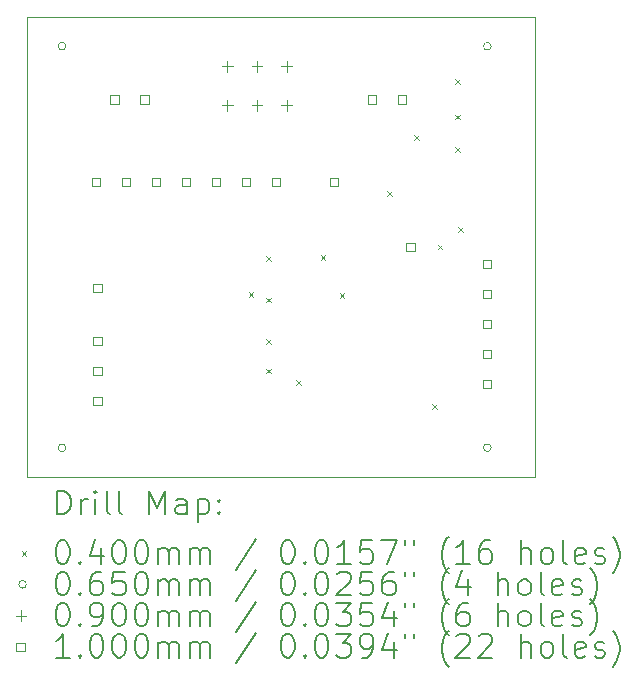
<source format=gbr>
%TF.GenerationSoftware,KiCad,Pcbnew,8.0.01-1-dev-1e03266dfe*%
%TF.CreationDate,2024-03-02T01:32:49-08:00*%
%TF.ProjectId,adpd1080_breakoutboard,61647064-3130-4383-905f-627265616b6f,rev?*%
%TF.SameCoordinates,Original*%
%TF.FileFunction,Drillmap*%
%TF.FilePolarity,Positive*%
%FSLAX45Y45*%
G04 Gerber Fmt 4.5, Leading zero omitted, Abs format (unit mm)*
G04 Created by KiCad (PCBNEW 8.0.01-1-dev-1e03266dfe) date 2024-03-02 01:32:49*
%MOMM*%
%LPD*%
G01*
G04 APERTURE LIST*
%ADD10C,0.050000*%
%ADD11C,0.200000*%
%ADD12C,0.100000*%
G04 APERTURE END LIST*
D10*
X2000000Y-2000000D02*
X6300000Y-2000000D01*
X6300000Y-5900000D01*
X2000000Y-5900000D01*
X2000000Y-2000000D01*
D11*
D12*
X3880000Y-4330000D02*
X3920000Y-4370000D01*
X3920000Y-4330000D02*
X3880000Y-4370000D01*
X4030000Y-4030000D02*
X4070000Y-4070000D01*
X4070000Y-4030000D02*
X4030000Y-4070000D01*
X4030000Y-4380000D02*
X4070000Y-4420000D01*
X4070000Y-4380000D02*
X4030000Y-4420000D01*
X4030000Y-4730000D02*
X4070000Y-4770000D01*
X4070000Y-4730000D02*
X4030000Y-4770000D01*
X4030000Y-4980000D02*
X4070000Y-5020000D01*
X4070000Y-4980000D02*
X4030000Y-5020000D01*
X4280000Y-5080000D02*
X4320000Y-5120000D01*
X4320000Y-5080000D02*
X4280000Y-5120000D01*
X4490000Y-4020000D02*
X4530000Y-4060000D01*
X4530000Y-4020000D02*
X4490000Y-4060000D01*
X4650000Y-4340000D02*
X4690000Y-4380000D01*
X4690000Y-4340000D02*
X4650000Y-4380000D01*
X5055000Y-3480000D02*
X5095000Y-3520000D01*
X5095000Y-3480000D02*
X5055000Y-3520000D01*
X5280000Y-3005000D02*
X5320000Y-3045000D01*
X5320000Y-3005000D02*
X5280000Y-3045000D01*
X5430000Y-5280000D02*
X5470000Y-5320000D01*
X5470000Y-5280000D02*
X5430000Y-5320000D01*
X5480000Y-3930000D02*
X5520000Y-3970000D01*
X5520000Y-3930000D02*
X5480000Y-3970000D01*
X5630000Y-2530000D02*
X5670000Y-2570000D01*
X5670000Y-2530000D02*
X5630000Y-2570000D01*
X5630000Y-2830000D02*
X5670000Y-2870000D01*
X5670000Y-2830000D02*
X5630000Y-2870000D01*
X5630000Y-3105000D02*
X5670000Y-3145000D01*
X5670000Y-3105000D02*
X5630000Y-3145000D01*
X5655000Y-3780000D02*
X5695000Y-3820000D01*
X5695000Y-3780000D02*
X5655000Y-3820000D01*
X2332500Y-2250000D02*
G75*
G02*
X2267500Y-2250000I-32500J0D01*
G01*
X2267500Y-2250000D02*
G75*
G02*
X2332500Y-2250000I32500J0D01*
G01*
X2332500Y-5650000D02*
G75*
G02*
X2267500Y-5650000I-32500J0D01*
G01*
X2267500Y-5650000D02*
G75*
G02*
X2332500Y-5650000I32500J0D01*
G01*
X5932500Y-2250000D02*
G75*
G02*
X5867500Y-2250000I-32500J0D01*
G01*
X5867500Y-2250000D02*
G75*
G02*
X5932500Y-2250000I32500J0D01*
G01*
X5932500Y-5650000D02*
G75*
G02*
X5867500Y-5650000I-32500J0D01*
G01*
X5867500Y-5650000D02*
G75*
G02*
X5932500Y-5650000I32500J0D01*
G01*
X3700000Y-2375000D02*
X3700000Y-2465000D01*
X3655000Y-2420000D02*
X3745000Y-2420000D01*
X3700000Y-2705000D02*
X3700000Y-2795000D01*
X3655000Y-2750000D02*
X3745000Y-2750000D01*
X3950000Y-2375000D02*
X3950000Y-2465000D01*
X3905000Y-2420000D02*
X3995000Y-2420000D01*
X3950000Y-2705000D02*
X3950000Y-2795000D01*
X3905000Y-2750000D02*
X3995000Y-2750000D01*
X4200000Y-2375000D02*
X4200000Y-2465000D01*
X4155000Y-2420000D02*
X4245000Y-2420000D01*
X4200000Y-2705000D02*
X4200000Y-2795000D01*
X4155000Y-2750000D02*
X4245000Y-2750000D01*
X2623856Y-3435356D02*
X2623856Y-3364644D01*
X2553144Y-3364644D01*
X2553144Y-3435356D01*
X2623856Y-3435356D01*
X2635356Y-4335356D02*
X2635356Y-4264644D01*
X2564644Y-4264644D01*
X2564644Y-4335356D01*
X2635356Y-4335356D01*
X2635356Y-4782856D02*
X2635356Y-4712144D01*
X2564644Y-4712144D01*
X2564644Y-4782856D01*
X2635356Y-4782856D01*
X2635356Y-5036856D02*
X2635356Y-4966144D01*
X2564644Y-4966144D01*
X2564644Y-5036856D01*
X2635356Y-5036856D01*
X2635356Y-5290856D02*
X2635356Y-5220144D01*
X2564644Y-5220144D01*
X2564644Y-5290856D01*
X2635356Y-5290856D01*
X2780356Y-2735356D02*
X2780356Y-2664644D01*
X2709644Y-2664644D01*
X2709644Y-2735356D01*
X2780356Y-2735356D01*
X2877856Y-3435356D02*
X2877856Y-3364644D01*
X2807144Y-3364644D01*
X2807144Y-3435356D01*
X2877856Y-3435356D01*
X3034356Y-2735356D02*
X3034356Y-2664644D01*
X2963644Y-2664644D01*
X2963644Y-2735356D01*
X3034356Y-2735356D01*
X3131856Y-3435356D02*
X3131856Y-3364644D01*
X3061144Y-3364644D01*
X3061144Y-3435356D01*
X3131856Y-3435356D01*
X3385856Y-3435356D02*
X3385856Y-3364644D01*
X3315144Y-3364644D01*
X3315144Y-3435356D01*
X3385856Y-3435356D01*
X3639856Y-3435356D02*
X3639856Y-3364644D01*
X3569144Y-3364644D01*
X3569144Y-3435356D01*
X3639856Y-3435356D01*
X3893856Y-3435356D02*
X3893856Y-3364644D01*
X3823144Y-3364644D01*
X3823144Y-3435356D01*
X3893856Y-3435356D01*
X4147856Y-3435356D02*
X4147856Y-3364644D01*
X4077144Y-3364644D01*
X4077144Y-3435356D01*
X4147856Y-3435356D01*
X4635356Y-3435356D02*
X4635356Y-3364644D01*
X4564644Y-3364644D01*
X4564644Y-3435356D01*
X4635356Y-3435356D01*
X4957856Y-2735356D02*
X4957856Y-2664644D01*
X4887144Y-2664644D01*
X4887144Y-2735356D01*
X4957856Y-2735356D01*
X5211856Y-2735356D02*
X5211856Y-2664644D01*
X5141144Y-2664644D01*
X5141144Y-2735356D01*
X5211856Y-2735356D01*
X5285356Y-3985356D02*
X5285356Y-3914644D01*
X5214644Y-3914644D01*
X5214644Y-3985356D01*
X5285356Y-3985356D01*
X5935356Y-4131356D02*
X5935356Y-4060644D01*
X5864644Y-4060644D01*
X5864644Y-4131356D01*
X5935356Y-4131356D01*
X5935356Y-4385356D02*
X5935356Y-4314644D01*
X5864644Y-4314644D01*
X5864644Y-4385356D01*
X5935356Y-4385356D01*
X5935356Y-4639356D02*
X5935356Y-4568644D01*
X5864644Y-4568644D01*
X5864644Y-4639356D01*
X5935356Y-4639356D01*
X5935356Y-4893356D02*
X5935356Y-4822644D01*
X5864644Y-4822644D01*
X5864644Y-4893356D01*
X5935356Y-4893356D01*
X5935356Y-5147356D02*
X5935356Y-5076644D01*
X5864644Y-5076644D01*
X5864644Y-5147356D01*
X5935356Y-5147356D01*
D11*
X2258277Y-6213984D02*
X2258277Y-6013984D01*
X2258277Y-6013984D02*
X2305896Y-6013984D01*
X2305896Y-6013984D02*
X2334467Y-6023508D01*
X2334467Y-6023508D02*
X2353515Y-6042555D01*
X2353515Y-6042555D02*
X2363039Y-6061603D01*
X2363039Y-6061603D02*
X2372563Y-6099698D01*
X2372563Y-6099698D02*
X2372563Y-6128269D01*
X2372563Y-6128269D02*
X2363039Y-6166365D01*
X2363039Y-6166365D02*
X2353515Y-6185412D01*
X2353515Y-6185412D02*
X2334467Y-6204460D01*
X2334467Y-6204460D02*
X2305896Y-6213984D01*
X2305896Y-6213984D02*
X2258277Y-6213984D01*
X2458277Y-6213984D02*
X2458277Y-6080650D01*
X2458277Y-6118746D02*
X2467801Y-6099698D01*
X2467801Y-6099698D02*
X2477324Y-6090174D01*
X2477324Y-6090174D02*
X2496372Y-6080650D01*
X2496372Y-6080650D02*
X2515420Y-6080650D01*
X2582086Y-6213984D02*
X2582086Y-6080650D01*
X2582086Y-6013984D02*
X2572563Y-6023508D01*
X2572563Y-6023508D02*
X2582086Y-6033031D01*
X2582086Y-6033031D02*
X2591610Y-6023508D01*
X2591610Y-6023508D02*
X2582086Y-6013984D01*
X2582086Y-6013984D02*
X2582086Y-6033031D01*
X2705896Y-6213984D02*
X2686848Y-6204460D01*
X2686848Y-6204460D02*
X2677324Y-6185412D01*
X2677324Y-6185412D02*
X2677324Y-6013984D01*
X2810658Y-6213984D02*
X2791610Y-6204460D01*
X2791610Y-6204460D02*
X2782086Y-6185412D01*
X2782086Y-6185412D02*
X2782086Y-6013984D01*
X3039229Y-6213984D02*
X3039229Y-6013984D01*
X3039229Y-6013984D02*
X3105896Y-6156841D01*
X3105896Y-6156841D02*
X3172562Y-6013984D01*
X3172562Y-6013984D02*
X3172562Y-6213984D01*
X3353515Y-6213984D02*
X3353515Y-6109222D01*
X3353515Y-6109222D02*
X3343991Y-6090174D01*
X3343991Y-6090174D02*
X3324943Y-6080650D01*
X3324943Y-6080650D02*
X3286848Y-6080650D01*
X3286848Y-6080650D02*
X3267801Y-6090174D01*
X3353515Y-6204460D02*
X3334467Y-6213984D01*
X3334467Y-6213984D02*
X3286848Y-6213984D01*
X3286848Y-6213984D02*
X3267801Y-6204460D01*
X3267801Y-6204460D02*
X3258277Y-6185412D01*
X3258277Y-6185412D02*
X3258277Y-6166365D01*
X3258277Y-6166365D02*
X3267801Y-6147317D01*
X3267801Y-6147317D02*
X3286848Y-6137793D01*
X3286848Y-6137793D02*
X3334467Y-6137793D01*
X3334467Y-6137793D02*
X3353515Y-6128269D01*
X3448753Y-6080650D02*
X3448753Y-6280650D01*
X3448753Y-6090174D02*
X3467801Y-6080650D01*
X3467801Y-6080650D02*
X3505896Y-6080650D01*
X3505896Y-6080650D02*
X3524943Y-6090174D01*
X3524943Y-6090174D02*
X3534467Y-6099698D01*
X3534467Y-6099698D02*
X3543991Y-6118746D01*
X3543991Y-6118746D02*
X3543991Y-6175888D01*
X3543991Y-6175888D02*
X3534467Y-6194936D01*
X3534467Y-6194936D02*
X3524943Y-6204460D01*
X3524943Y-6204460D02*
X3505896Y-6213984D01*
X3505896Y-6213984D02*
X3467801Y-6213984D01*
X3467801Y-6213984D02*
X3448753Y-6204460D01*
X3629705Y-6194936D02*
X3639229Y-6204460D01*
X3639229Y-6204460D02*
X3629705Y-6213984D01*
X3629705Y-6213984D02*
X3620182Y-6204460D01*
X3620182Y-6204460D02*
X3629705Y-6194936D01*
X3629705Y-6194936D02*
X3629705Y-6213984D01*
X3629705Y-6090174D02*
X3639229Y-6099698D01*
X3639229Y-6099698D02*
X3629705Y-6109222D01*
X3629705Y-6109222D02*
X3620182Y-6099698D01*
X3620182Y-6099698D02*
X3629705Y-6090174D01*
X3629705Y-6090174D02*
X3629705Y-6109222D01*
D12*
X1957500Y-6522500D02*
X1997500Y-6562500D01*
X1997500Y-6522500D02*
X1957500Y-6562500D01*
D11*
X2296372Y-6433984D02*
X2315420Y-6433984D01*
X2315420Y-6433984D02*
X2334467Y-6443508D01*
X2334467Y-6443508D02*
X2343991Y-6453031D01*
X2343991Y-6453031D02*
X2353515Y-6472079D01*
X2353515Y-6472079D02*
X2363039Y-6510174D01*
X2363039Y-6510174D02*
X2363039Y-6557793D01*
X2363039Y-6557793D02*
X2353515Y-6595888D01*
X2353515Y-6595888D02*
X2343991Y-6614936D01*
X2343991Y-6614936D02*
X2334467Y-6624460D01*
X2334467Y-6624460D02*
X2315420Y-6633984D01*
X2315420Y-6633984D02*
X2296372Y-6633984D01*
X2296372Y-6633984D02*
X2277324Y-6624460D01*
X2277324Y-6624460D02*
X2267801Y-6614936D01*
X2267801Y-6614936D02*
X2258277Y-6595888D01*
X2258277Y-6595888D02*
X2248753Y-6557793D01*
X2248753Y-6557793D02*
X2248753Y-6510174D01*
X2248753Y-6510174D02*
X2258277Y-6472079D01*
X2258277Y-6472079D02*
X2267801Y-6453031D01*
X2267801Y-6453031D02*
X2277324Y-6443508D01*
X2277324Y-6443508D02*
X2296372Y-6433984D01*
X2448753Y-6614936D02*
X2458277Y-6624460D01*
X2458277Y-6624460D02*
X2448753Y-6633984D01*
X2448753Y-6633984D02*
X2439229Y-6624460D01*
X2439229Y-6624460D02*
X2448753Y-6614936D01*
X2448753Y-6614936D02*
X2448753Y-6633984D01*
X2629705Y-6500650D02*
X2629705Y-6633984D01*
X2582086Y-6424460D02*
X2534467Y-6567317D01*
X2534467Y-6567317D02*
X2658277Y-6567317D01*
X2772563Y-6433984D02*
X2791610Y-6433984D01*
X2791610Y-6433984D02*
X2810658Y-6443508D01*
X2810658Y-6443508D02*
X2820182Y-6453031D01*
X2820182Y-6453031D02*
X2829705Y-6472079D01*
X2829705Y-6472079D02*
X2839229Y-6510174D01*
X2839229Y-6510174D02*
X2839229Y-6557793D01*
X2839229Y-6557793D02*
X2829705Y-6595888D01*
X2829705Y-6595888D02*
X2820182Y-6614936D01*
X2820182Y-6614936D02*
X2810658Y-6624460D01*
X2810658Y-6624460D02*
X2791610Y-6633984D01*
X2791610Y-6633984D02*
X2772563Y-6633984D01*
X2772563Y-6633984D02*
X2753515Y-6624460D01*
X2753515Y-6624460D02*
X2743991Y-6614936D01*
X2743991Y-6614936D02*
X2734467Y-6595888D01*
X2734467Y-6595888D02*
X2724944Y-6557793D01*
X2724944Y-6557793D02*
X2724944Y-6510174D01*
X2724944Y-6510174D02*
X2734467Y-6472079D01*
X2734467Y-6472079D02*
X2743991Y-6453031D01*
X2743991Y-6453031D02*
X2753515Y-6443508D01*
X2753515Y-6443508D02*
X2772563Y-6433984D01*
X2963039Y-6433984D02*
X2982086Y-6433984D01*
X2982086Y-6433984D02*
X3001134Y-6443508D01*
X3001134Y-6443508D02*
X3010658Y-6453031D01*
X3010658Y-6453031D02*
X3020182Y-6472079D01*
X3020182Y-6472079D02*
X3029705Y-6510174D01*
X3029705Y-6510174D02*
X3029705Y-6557793D01*
X3029705Y-6557793D02*
X3020182Y-6595888D01*
X3020182Y-6595888D02*
X3010658Y-6614936D01*
X3010658Y-6614936D02*
X3001134Y-6624460D01*
X3001134Y-6624460D02*
X2982086Y-6633984D01*
X2982086Y-6633984D02*
X2963039Y-6633984D01*
X2963039Y-6633984D02*
X2943991Y-6624460D01*
X2943991Y-6624460D02*
X2934467Y-6614936D01*
X2934467Y-6614936D02*
X2924943Y-6595888D01*
X2924943Y-6595888D02*
X2915420Y-6557793D01*
X2915420Y-6557793D02*
X2915420Y-6510174D01*
X2915420Y-6510174D02*
X2924943Y-6472079D01*
X2924943Y-6472079D02*
X2934467Y-6453031D01*
X2934467Y-6453031D02*
X2943991Y-6443508D01*
X2943991Y-6443508D02*
X2963039Y-6433984D01*
X3115420Y-6633984D02*
X3115420Y-6500650D01*
X3115420Y-6519698D02*
X3124943Y-6510174D01*
X3124943Y-6510174D02*
X3143991Y-6500650D01*
X3143991Y-6500650D02*
X3172563Y-6500650D01*
X3172563Y-6500650D02*
X3191610Y-6510174D01*
X3191610Y-6510174D02*
X3201134Y-6529222D01*
X3201134Y-6529222D02*
X3201134Y-6633984D01*
X3201134Y-6529222D02*
X3210658Y-6510174D01*
X3210658Y-6510174D02*
X3229705Y-6500650D01*
X3229705Y-6500650D02*
X3258277Y-6500650D01*
X3258277Y-6500650D02*
X3277324Y-6510174D01*
X3277324Y-6510174D02*
X3286848Y-6529222D01*
X3286848Y-6529222D02*
X3286848Y-6633984D01*
X3382086Y-6633984D02*
X3382086Y-6500650D01*
X3382086Y-6519698D02*
X3391610Y-6510174D01*
X3391610Y-6510174D02*
X3410658Y-6500650D01*
X3410658Y-6500650D02*
X3439229Y-6500650D01*
X3439229Y-6500650D02*
X3458277Y-6510174D01*
X3458277Y-6510174D02*
X3467801Y-6529222D01*
X3467801Y-6529222D02*
X3467801Y-6633984D01*
X3467801Y-6529222D02*
X3477324Y-6510174D01*
X3477324Y-6510174D02*
X3496372Y-6500650D01*
X3496372Y-6500650D02*
X3524943Y-6500650D01*
X3524943Y-6500650D02*
X3543991Y-6510174D01*
X3543991Y-6510174D02*
X3553515Y-6529222D01*
X3553515Y-6529222D02*
X3553515Y-6633984D01*
X3943991Y-6424460D02*
X3772563Y-6681603D01*
X4201134Y-6433984D02*
X4220182Y-6433984D01*
X4220182Y-6433984D02*
X4239229Y-6443508D01*
X4239229Y-6443508D02*
X4248753Y-6453031D01*
X4248753Y-6453031D02*
X4258277Y-6472079D01*
X4258277Y-6472079D02*
X4267801Y-6510174D01*
X4267801Y-6510174D02*
X4267801Y-6557793D01*
X4267801Y-6557793D02*
X4258277Y-6595888D01*
X4258277Y-6595888D02*
X4248753Y-6614936D01*
X4248753Y-6614936D02*
X4239229Y-6624460D01*
X4239229Y-6624460D02*
X4220182Y-6633984D01*
X4220182Y-6633984D02*
X4201134Y-6633984D01*
X4201134Y-6633984D02*
X4182086Y-6624460D01*
X4182086Y-6624460D02*
X4172563Y-6614936D01*
X4172563Y-6614936D02*
X4163039Y-6595888D01*
X4163039Y-6595888D02*
X4153515Y-6557793D01*
X4153515Y-6557793D02*
X4153515Y-6510174D01*
X4153515Y-6510174D02*
X4163039Y-6472079D01*
X4163039Y-6472079D02*
X4172563Y-6453031D01*
X4172563Y-6453031D02*
X4182086Y-6443508D01*
X4182086Y-6443508D02*
X4201134Y-6433984D01*
X4353515Y-6614936D02*
X4363039Y-6624460D01*
X4363039Y-6624460D02*
X4353515Y-6633984D01*
X4353515Y-6633984D02*
X4343991Y-6624460D01*
X4343991Y-6624460D02*
X4353515Y-6614936D01*
X4353515Y-6614936D02*
X4353515Y-6633984D01*
X4486848Y-6433984D02*
X4505896Y-6433984D01*
X4505896Y-6433984D02*
X4524944Y-6443508D01*
X4524944Y-6443508D02*
X4534468Y-6453031D01*
X4534468Y-6453031D02*
X4543991Y-6472079D01*
X4543991Y-6472079D02*
X4553515Y-6510174D01*
X4553515Y-6510174D02*
X4553515Y-6557793D01*
X4553515Y-6557793D02*
X4543991Y-6595888D01*
X4543991Y-6595888D02*
X4534468Y-6614936D01*
X4534468Y-6614936D02*
X4524944Y-6624460D01*
X4524944Y-6624460D02*
X4505896Y-6633984D01*
X4505896Y-6633984D02*
X4486848Y-6633984D01*
X4486848Y-6633984D02*
X4467801Y-6624460D01*
X4467801Y-6624460D02*
X4458277Y-6614936D01*
X4458277Y-6614936D02*
X4448753Y-6595888D01*
X4448753Y-6595888D02*
X4439229Y-6557793D01*
X4439229Y-6557793D02*
X4439229Y-6510174D01*
X4439229Y-6510174D02*
X4448753Y-6472079D01*
X4448753Y-6472079D02*
X4458277Y-6453031D01*
X4458277Y-6453031D02*
X4467801Y-6443508D01*
X4467801Y-6443508D02*
X4486848Y-6433984D01*
X4743991Y-6633984D02*
X4629706Y-6633984D01*
X4686848Y-6633984D02*
X4686848Y-6433984D01*
X4686848Y-6433984D02*
X4667801Y-6462555D01*
X4667801Y-6462555D02*
X4648753Y-6481603D01*
X4648753Y-6481603D02*
X4629706Y-6491127D01*
X4924944Y-6433984D02*
X4829706Y-6433984D01*
X4829706Y-6433984D02*
X4820182Y-6529222D01*
X4820182Y-6529222D02*
X4829706Y-6519698D01*
X4829706Y-6519698D02*
X4848753Y-6510174D01*
X4848753Y-6510174D02*
X4896372Y-6510174D01*
X4896372Y-6510174D02*
X4915420Y-6519698D01*
X4915420Y-6519698D02*
X4924944Y-6529222D01*
X4924944Y-6529222D02*
X4934468Y-6548269D01*
X4934468Y-6548269D02*
X4934468Y-6595888D01*
X4934468Y-6595888D02*
X4924944Y-6614936D01*
X4924944Y-6614936D02*
X4915420Y-6624460D01*
X4915420Y-6624460D02*
X4896372Y-6633984D01*
X4896372Y-6633984D02*
X4848753Y-6633984D01*
X4848753Y-6633984D02*
X4829706Y-6624460D01*
X4829706Y-6624460D02*
X4820182Y-6614936D01*
X5001134Y-6433984D02*
X5134468Y-6433984D01*
X5134468Y-6433984D02*
X5048753Y-6633984D01*
X5201134Y-6433984D02*
X5201134Y-6472079D01*
X5277325Y-6433984D02*
X5277325Y-6472079D01*
X5572563Y-6710174D02*
X5563039Y-6700650D01*
X5563039Y-6700650D02*
X5543991Y-6672079D01*
X5543991Y-6672079D02*
X5534468Y-6653031D01*
X5534468Y-6653031D02*
X5524944Y-6624460D01*
X5524944Y-6624460D02*
X5515420Y-6576841D01*
X5515420Y-6576841D02*
X5515420Y-6538746D01*
X5515420Y-6538746D02*
X5524944Y-6491127D01*
X5524944Y-6491127D02*
X5534468Y-6462555D01*
X5534468Y-6462555D02*
X5543991Y-6443508D01*
X5543991Y-6443508D02*
X5563039Y-6414936D01*
X5563039Y-6414936D02*
X5572563Y-6405412D01*
X5753515Y-6633984D02*
X5639229Y-6633984D01*
X5696372Y-6633984D02*
X5696372Y-6433984D01*
X5696372Y-6433984D02*
X5677325Y-6462555D01*
X5677325Y-6462555D02*
X5658277Y-6481603D01*
X5658277Y-6481603D02*
X5639229Y-6491127D01*
X5924944Y-6433984D02*
X5886848Y-6433984D01*
X5886848Y-6433984D02*
X5867801Y-6443508D01*
X5867801Y-6443508D02*
X5858277Y-6453031D01*
X5858277Y-6453031D02*
X5839229Y-6481603D01*
X5839229Y-6481603D02*
X5829706Y-6519698D01*
X5829706Y-6519698D02*
X5829706Y-6595888D01*
X5829706Y-6595888D02*
X5839229Y-6614936D01*
X5839229Y-6614936D02*
X5848753Y-6624460D01*
X5848753Y-6624460D02*
X5867801Y-6633984D01*
X5867801Y-6633984D02*
X5905896Y-6633984D01*
X5905896Y-6633984D02*
X5924944Y-6624460D01*
X5924944Y-6624460D02*
X5934468Y-6614936D01*
X5934468Y-6614936D02*
X5943991Y-6595888D01*
X5943991Y-6595888D02*
X5943991Y-6548269D01*
X5943991Y-6548269D02*
X5934468Y-6529222D01*
X5934468Y-6529222D02*
X5924944Y-6519698D01*
X5924944Y-6519698D02*
X5905896Y-6510174D01*
X5905896Y-6510174D02*
X5867801Y-6510174D01*
X5867801Y-6510174D02*
X5848753Y-6519698D01*
X5848753Y-6519698D02*
X5839229Y-6529222D01*
X5839229Y-6529222D02*
X5829706Y-6548269D01*
X6182087Y-6633984D02*
X6182087Y-6433984D01*
X6267801Y-6633984D02*
X6267801Y-6529222D01*
X6267801Y-6529222D02*
X6258277Y-6510174D01*
X6258277Y-6510174D02*
X6239230Y-6500650D01*
X6239230Y-6500650D02*
X6210658Y-6500650D01*
X6210658Y-6500650D02*
X6191610Y-6510174D01*
X6191610Y-6510174D02*
X6182087Y-6519698D01*
X6391610Y-6633984D02*
X6372563Y-6624460D01*
X6372563Y-6624460D02*
X6363039Y-6614936D01*
X6363039Y-6614936D02*
X6353515Y-6595888D01*
X6353515Y-6595888D02*
X6353515Y-6538746D01*
X6353515Y-6538746D02*
X6363039Y-6519698D01*
X6363039Y-6519698D02*
X6372563Y-6510174D01*
X6372563Y-6510174D02*
X6391610Y-6500650D01*
X6391610Y-6500650D02*
X6420182Y-6500650D01*
X6420182Y-6500650D02*
X6439230Y-6510174D01*
X6439230Y-6510174D02*
X6448753Y-6519698D01*
X6448753Y-6519698D02*
X6458277Y-6538746D01*
X6458277Y-6538746D02*
X6458277Y-6595888D01*
X6458277Y-6595888D02*
X6448753Y-6614936D01*
X6448753Y-6614936D02*
X6439230Y-6624460D01*
X6439230Y-6624460D02*
X6420182Y-6633984D01*
X6420182Y-6633984D02*
X6391610Y-6633984D01*
X6572563Y-6633984D02*
X6553515Y-6624460D01*
X6553515Y-6624460D02*
X6543991Y-6605412D01*
X6543991Y-6605412D02*
X6543991Y-6433984D01*
X6724944Y-6624460D02*
X6705896Y-6633984D01*
X6705896Y-6633984D02*
X6667801Y-6633984D01*
X6667801Y-6633984D02*
X6648753Y-6624460D01*
X6648753Y-6624460D02*
X6639230Y-6605412D01*
X6639230Y-6605412D02*
X6639230Y-6529222D01*
X6639230Y-6529222D02*
X6648753Y-6510174D01*
X6648753Y-6510174D02*
X6667801Y-6500650D01*
X6667801Y-6500650D02*
X6705896Y-6500650D01*
X6705896Y-6500650D02*
X6724944Y-6510174D01*
X6724944Y-6510174D02*
X6734468Y-6529222D01*
X6734468Y-6529222D02*
X6734468Y-6548269D01*
X6734468Y-6548269D02*
X6639230Y-6567317D01*
X6810658Y-6624460D02*
X6829706Y-6633984D01*
X6829706Y-6633984D02*
X6867801Y-6633984D01*
X6867801Y-6633984D02*
X6886849Y-6624460D01*
X6886849Y-6624460D02*
X6896372Y-6605412D01*
X6896372Y-6605412D02*
X6896372Y-6595888D01*
X6896372Y-6595888D02*
X6886849Y-6576841D01*
X6886849Y-6576841D02*
X6867801Y-6567317D01*
X6867801Y-6567317D02*
X6839230Y-6567317D01*
X6839230Y-6567317D02*
X6820182Y-6557793D01*
X6820182Y-6557793D02*
X6810658Y-6538746D01*
X6810658Y-6538746D02*
X6810658Y-6529222D01*
X6810658Y-6529222D02*
X6820182Y-6510174D01*
X6820182Y-6510174D02*
X6839230Y-6500650D01*
X6839230Y-6500650D02*
X6867801Y-6500650D01*
X6867801Y-6500650D02*
X6886849Y-6510174D01*
X6963039Y-6710174D02*
X6972563Y-6700650D01*
X6972563Y-6700650D02*
X6991611Y-6672079D01*
X6991611Y-6672079D02*
X7001134Y-6653031D01*
X7001134Y-6653031D02*
X7010658Y-6624460D01*
X7010658Y-6624460D02*
X7020182Y-6576841D01*
X7020182Y-6576841D02*
X7020182Y-6538746D01*
X7020182Y-6538746D02*
X7010658Y-6491127D01*
X7010658Y-6491127D02*
X7001134Y-6462555D01*
X7001134Y-6462555D02*
X6991611Y-6443508D01*
X6991611Y-6443508D02*
X6972563Y-6414936D01*
X6972563Y-6414936D02*
X6963039Y-6405412D01*
D12*
X1997500Y-6806500D02*
G75*
G02*
X1932500Y-6806500I-32500J0D01*
G01*
X1932500Y-6806500D02*
G75*
G02*
X1997500Y-6806500I32500J0D01*
G01*
D11*
X2296372Y-6697984D02*
X2315420Y-6697984D01*
X2315420Y-6697984D02*
X2334467Y-6707508D01*
X2334467Y-6707508D02*
X2343991Y-6717031D01*
X2343991Y-6717031D02*
X2353515Y-6736079D01*
X2353515Y-6736079D02*
X2363039Y-6774174D01*
X2363039Y-6774174D02*
X2363039Y-6821793D01*
X2363039Y-6821793D02*
X2353515Y-6859888D01*
X2353515Y-6859888D02*
X2343991Y-6878936D01*
X2343991Y-6878936D02*
X2334467Y-6888460D01*
X2334467Y-6888460D02*
X2315420Y-6897984D01*
X2315420Y-6897984D02*
X2296372Y-6897984D01*
X2296372Y-6897984D02*
X2277324Y-6888460D01*
X2277324Y-6888460D02*
X2267801Y-6878936D01*
X2267801Y-6878936D02*
X2258277Y-6859888D01*
X2258277Y-6859888D02*
X2248753Y-6821793D01*
X2248753Y-6821793D02*
X2248753Y-6774174D01*
X2248753Y-6774174D02*
X2258277Y-6736079D01*
X2258277Y-6736079D02*
X2267801Y-6717031D01*
X2267801Y-6717031D02*
X2277324Y-6707508D01*
X2277324Y-6707508D02*
X2296372Y-6697984D01*
X2448753Y-6878936D02*
X2458277Y-6888460D01*
X2458277Y-6888460D02*
X2448753Y-6897984D01*
X2448753Y-6897984D02*
X2439229Y-6888460D01*
X2439229Y-6888460D02*
X2448753Y-6878936D01*
X2448753Y-6878936D02*
X2448753Y-6897984D01*
X2629705Y-6697984D02*
X2591610Y-6697984D01*
X2591610Y-6697984D02*
X2572563Y-6707508D01*
X2572563Y-6707508D02*
X2563039Y-6717031D01*
X2563039Y-6717031D02*
X2543991Y-6745603D01*
X2543991Y-6745603D02*
X2534467Y-6783698D01*
X2534467Y-6783698D02*
X2534467Y-6859888D01*
X2534467Y-6859888D02*
X2543991Y-6878936D01*
X2543991Y-6878936D02*
X2553515Y-6888460D01*
X2553515Y-6888460D02*
X2572563Y-6897984D01*
X2572563Y-6897984D02*
X2610658Y-6897984D01*
X2610658Y-6897984D02*
X2629705Y-6888460D01*
X2629705Y-6888460D02*
X2639229Y-6878936D01*
X2639229Y-6878936D02*
X2648753Y-6859888D01*
X2648753Y-6859888D02*
X2648753Y-6812269D01*
X2648753Y-6812269D02*
X2639229Y-6793222D01*
X2639229Y-6793222D02*
X2629705Y-6783698D01*
X2629705Y-6783698D02*
X2610658Y-6774174D01*
X2610658Y-6774174D02*
X2572563Y-6774174D01*
X2572563Y-6774174D02*
X2553515Y-6783698D01*
X2553515Y-6783698D02*
X2543991Y-6793222D01*
X2543991Y-6793222D02*
X2534467Y-6812269D01*
X2829705Y-6697984D02*
X2734467Y-6697984D01*
X2734467Y-6697984D02*
X2724944Y-6793222D01*
X2724944Y-6793222D02*
X2734467Y-6783698D01*
X2734467Y-6783698D02*
X2753515Y-6774174D01*
X2753515Y-6774174D02*
X2801134Y-6774174D01*
X2801134Y-6774174D02*
X2820182Y-6783698D01*
X2820182Y-6783698D02*
X2829705Y-6793222D01*
X2829705Y-6793222D02*
X2839229Y-6812269D01*
X2839229Y-6812269D02*
X2839229Y-6859888D01*
X2839229Y-6859888D02*
X2829705Y-6878936D01*
X2829705Y-6878936D02*
X2820182Y-6888460D01*
X2820182Y-6888460D02*
X2801134Y-6897984D01*
X2801134Y-6897984D02*
X2753515Y-6897984D01*
X2753515Y-6897984D02*
X2734467Y-6888460D01*
X2734467Y-6888460D02*
X2724944Y-6878936D01*
X2963039Y-6697984D02*
X2982086Y-6697984D01*
X2982086Y-6697984D02*
X3001134Y-6707508D01*
X3001134Y-6707508D02*
X3010658Y-6717031D01*
X3010658Y-6717031D02*
X3020182Y-6736079D01*
X3020182Y-6736079D02*
X3029705Y-6774174D01*
X3029705Y-6774174D02*
X3029705Y-6821793D01*
X3029705Y-6821793D02*
X3020182Y-6859888D01*
X3020182Y-6859888D02*
X3010658Y-6878936D01*
X3010658Y-6878936D02*
X3001134Y-6888460D01*
X3001134Y-6888460D02*
X2982086Y-6897984D01*
X2982086Y-6897984D02*
X2963039Y-6897984D01*
X2963039Y-6897984D02*
X2943991Y-6888460D01*
X2943991Y-6888460D02*
X2934467Y-6878936D01*
X2934467Y-6878936D02*
X2924943Y-6859888D01*
X2924943Y-6859888D02*
X2915420Y-6821793D01*
X2915420Y-6821793D02*
X2915420Y-6774174D01*
X2915420Y-6774174D02*
X2924943Y-6736079D01*
X2924943Y-6736079D02*
X2934467Y-6717031D01*
X2934467Y-6717031D02*
X2943991Y-6707508D01*
X2943991Y-6707508D02*
X2963039Y-6697984D01*
X3115420Y-6897984D02*
X3115420Y-6764650D01*
X3115420Y-6783698D02*
X3124943Y-6774174D01*
X3124943Y-6774174D02*
X3143991Y-6764650D01*
X3143991Y-6764650D02*
X3172563Y-6764650D01*
X3172563Y-6764650D02*
X3191610Y-6774174D01*
X3191610Y-6774174D02*
X3201134Y-6793222D01*
X3201134Y-6793222D02*
X3201134Y-6897984D01*
X3201134Y-6793222D02*
X3210658Y-6774174D01*
X3210658Y-6774174D02*
X3229705Y-6764650D01*
X3229705Y-6764650D02*
X3258277Y-6764650D01*
X3258277Y-6764650D02*
X3277324Y-6774174D01*
X3277324Y-6774174D02*
X3286848Y-6793222D01*
X3286848Y-6793222D02*
X3286848Y-6897984D01*
X3382086Y-6897984D02*
X3382086Y-6764650D01*
X3382086Y-6783698D02*
X3391610Y-6774174D01*
X3391610Y-6774174D02*
X3410658Y-6764650D01*
X3410658Y-6764650D02*
X3439229Y-6764650D01*
X3439229Y-6764650D02*
X3458277Y-6774174D01*
X3458277Y-6774174D02*
X3467801Y-6793222D01*
X3467801Y-6793222D02*
X3467801Y-6897984D01*
X3467801Y-6793222D02*
X3477324Y-6774174D01*
X3477324Y-6774174D02*
X3496372Y-6764650D01*
X3496372Y-6764650D02*
X3524943Y-6764650D01*
X3524943Y-6764650D02*
X3543991Y-6774174D01*
X3543991Y-6774174D02*
X3553515Y-6793222D01*
X3553515Y-6793222D02*
X3553515Y-6897984D01*
X3943991Y-6688460D02*
X3772563Y-6945603D01*
X4201134Y-6697984D02*
X4220182Y-6697984D01*
X4220182Y-6697984D02*
X4239229Y-6707508D01*
X4239229Y-6707508D02*
X4248753Y-6717031D01*
X4248753Y-6717031D02*
X4258277Y-6736079D01*
X4258277Y-6736079D02*
X4267801Y-6774174D01*
X4267801Y-6774174D02*
X4267801Y-6821793D01*
X4267801Y-6821793D02*
X4258277Y-6859888D01*
X4258277Y-6859888D02*
X4248753Y-6878936D01*
X4248753Y-6878936D02*
X4239229Y-6888460D01*
X4239229Y-6888460D02*
X4220182Y-6897984D01*
X4220182Y-6897984D02*
X4201134Y-6897984D01*
X4201134Y-6897984D02*
X4182086Y-6888460D01*
X4182086Y-6888460D02*
X4172563Y-6878936D01*
X4172563Y-6878936D02*
X4163039Y-6859888D01*
X4163039Y-6859888D02*
X4153515Y-6821793D01*
X4153515Y-6821793D02*
X4153515Y-6774174D01*
X4153515Y-6774174D02*
X4163039Y-6736079D01*
X4163039Y-6736079D02*
X4172563Y-6717031D01*
X4172563Y-6717031D02*
X4182086Y-6707508D01*
X4182086Y-6707508D02*
X4201134Y-6697984D01*
X4353515Y-6878936D02*
X4363039Y-6888460D01*
X4363039Y-6888460D02*
X4353515Y-6897984D01*
X4353515Y-6897984D02*
X4343991Y-6888460D01*
X4343991Y-6888460D02*
X4353515Y-6878936D01*
X4353515Y-6878936D02*
X4353515Y-6897984D01*
X4486848Y-6697984D02*
X4505896Y-6697984D01*
X4505896Y-6697984D02*
X4524944Y-6707508D01*
X4524944Y-6707508D02*
X4534468Y-6717031D01*
X4534468Y-6717031D02*
X4543991Y-6736079D01*
X4543991Y-6736079D02*
X4553515Y-6774174D01*
X4553515Y-6774174D02*
X4553515Y-6821793D01*
X4553515Y-6821793D02*
X4543991Y-6859888D01*
X4543991Y-6859888D02*
X4534468Y-6878936D01*
X4534468Y-6878936D02*
X4524944Y-6888460D01*
X4524944Y-6888460D02*
X4505896Y-6897984D01*
X4505896Y-6897984D02*
X4486848Y-6897984D01*
X4486848Y-6897984D02*
X4467801Y-6888460D01*
X4467801Y-6888460D02*
X4458277Y-6878936D01*
X4458277Y-6878936D02*
X4448753Y-6859888D01*
X4448753Y-6859888D02*
X4439229Y-6821793D01*
X4439229Y-6821793D02*
X4439229Y-6774174D01*
X4439229Y-6774174D02*
X4448753Y-6736079D01*
X4448753Y-6736079D02*
X4458277Y-6717031D01*
X4458277Y-6717031D02*
X4467801Y-6707508D01*
X4467801Y-6707508D02*
X4486848Y-6697984D01*
X4629706Y-6717031D02*
X4639229Y-6707508D01*
X4639229Y-6707508D02*
X4658277Y-6697984D01*
X4658277Y-6697984D02*
X4705896Y-6697984D01*
X4705896Y-6697984D02*
X4724944Y-6707508D01*
X4724944Y-6707508D02*
X4734468Y-6717031D01*
X4734468Y-6717031D02*
X4743991Y-6736079D01*
X4743991Y-6736079D02*
X4743991Y-6755127D01*
X4743991Y-6755127D02*
X4734468Y-6783698D01*
X4734468Y-6783698D02*
X4620182Y-6897984D01*
X4620182Y-6897984D02*
X4743991Y-6897984D01*
X4924944Y-6697984D02*
X4829706Y-6697984D01*
X4829706Y-6697984D02*
X4820182Y-6793222D01*
X4820182Y-6793222D02*
X4829706Y-6783698D01*
X4829706Y-6783698D02*
X4848753Y-6774174D01*
X4848753Y-6774174D02*
X4896372Y-6774174D01*
X4896372Y-6774174D02*
X4915420Y-6783698D01*
X4915420Y-6783698D02*
X4924944Y-6793222D01*
X4924944Y-6793222D02*
X4934468Y-6812269D01*
X4934468Y-6812269D02*
X4934468Y-6859888D01*
X4934468Y-6859888D02*
X4924944Y-6878936D01*
X4924944Y-6878936D02*
X4915420Y-6888460D01*
X4915420Y-6888460D02*
X4896372Y-6897984D01*
X4896372Y-6897984D02*
X4848753Y-6897984D01*
X4848753Y-6897984D02*
X4829706Y-6888460D01*
X4829706Y-6888460D02*
X4820182Y-6878936D01*
X5105896Y-6697984D02*
X5067801Y-6697984D01*
X5067801Y-6697984D02*
X5048753Y-6707508D01*
X5048753Y-6707508D02*
X5039229Y-6717031D01*
X5039229Y-6717031D02*
X5020182Y-6745603D01*
X5020182Y-6745603D02*
X5010658Y-6783698D01*
X5010658Y-6783698D02*
X5010658Y-6859888D01*
X5010658Y-6859888D02*
X5020182Y-6878936D01*
X5020182Y-6878936D02*
X5029706Y-6888460D01*
X5029706Y-6888460D02*
X5048753Y-6897984D01*
X5048753Y-6897984D02*
X5086849Y-6897984D01*
X5086849Y-6897984D02*
X5105896Y-6888460D01*
X5105896Y-6888460D02*
X5115420Y-6878936D01*
X5115420Y-6878936D02*
X5124944Y-6859888D01*
X5124944Y-6859888D02*
X5124944Y-6812269D01*
X5124944Y-6812269D02*
X5115420Y-6793222D01*
X5115420Y-6793222D02*
X5105896Y-6783698D01*
X5105896Y-6783698D02*
X5086849Y-6774174D01*
X5086849Y-6774174D02*
X5048753Y-6774174D01*
X5048753Y-6774174D02*
X5029706Y-6783698D01*
X5029706Y-6783698D02*
X5020182Y-6793222D01*
X5020182Y-6793222D02*
X5010658Y-6812269D01*
X5201134Y-6697984D02*
X5201134Y-6736079D01*
X5277325Y-6697984D02*
X5277325Y-6736079D01*
X5572563Y-6974174D02*
X5563039Y-6964650D01*
X5563039Y-6964650D02*
X5543991Y-6936079D01*
X5543991Y-6936079D02*
X5534468Y-6917031D01*
X5534468Y-6917031D02*
X5524944Y-6888460D01*
X5524944Y-6888460D02*
X5515420Y-6840841D01*
X5515420Y-6840841D02*
X5515420Y-6802746D01*
X5515420Y-6802746D02*
X5524944Y-6755127D01*
X5524944Y-6755127D02*
X5534468Y-6726555D01*
X5534468Y-6726555D02*
X5543991Y-6707508D01*
X5543991Y-6707508D02*
X5563039Y-6678936D01*
X5563039Y-6678936D02*
X5572563Y-6669412D01*
X5734468Y-6764650D02*
X5734468Y-6897984D01*
X5686848Y-6688460D02*
X5639229Y-6831317D01*
X5639229Y-6831317D02*
X5763039Y-6831317D01*
X5991610Y-6897984D02*
X5991610Y-6697984D01*
X6077325Y-6897984D02*
X6077325Y-6793222D01*
X6077325Y-6793222D02*
X6067801Y-6774174D01*
X6067801Y-6774174D02*
X6048753Y-6764650D01*
X6048753Y-6764650D02*
X6020182Y-6764650D01*
X6020182Y-6764650D02*
X6001134Y-6774174D01*
X6001134Y-6774174D02*
X5991610Y-6783698D01*
X6201134Y-6897984D02*
X6182087Y-6888460D01*
X6182087Y-6888460D02*
X6172563Y-6878936D01*
X6172563Y-6878936D02*
X6163039Y-6859888D01*
X6163039Y-6859888D02*
X6163039Y-6802746D01*
X6163039Y-6802746D02*
X6172563Y-6783698D01*
X6172563Y-6783698D02*
X6182087Y-6774174D01*
X6182087Y-6774174D02*
X6201134Y-6764650D01*
X6201134Y-6764650D02*
X6229706Y-6764650D01*
X6229706Y-6764650D02*
X6248753Y-6774174D01*
X6248753Y-6774174D02*
X6258277Y-6783698D01*
X6258277Y-6783698D02*
X6267801Y-6802746D01*
X6267801Y-6802746D02*
X6267801Y-6859888D01*
X6267801Y-6859888D02*
X6258277Y-6878936D01*
X6258277Y-6878936D02*
X6248753Y-6888460D01*
X6248753Y-6888460D02*
X6229706Y-6897984D01*
X6229706Y-6897984D02*
X6201134Y-6897984D01*
X6382087Y-6897984D02*
X6363039Y-6888460D01*
X6363039Y-6888460D02*
X6353515Y-6869412D01*
X6353515Y-6869412D02*
X6353515Y-6697984D01*
X6534468Y-6888460D02*
X6515420Y-6897984D01*
X6515420Y-6897984D02*
X6477325Y-6897984D01*
X6477325Y-6897984D02*
X6458277Y-6888460D01*
X6458277Y-6888460D02*
X6448753Y-6869412D01*
X6448753Y-6869412D02*
X6448753Y-6793222D01*
X6448753Y-6793222D02*
X6458277Y-6774174D01*
X6458277Y-6774174D02*
X6477325Y-6764650D01*
X6477325Y-6764650D02*
X6515420Y-6764650D01*
X6515420Y-6764650D02*
X6534468Y-6774174D01*
X6534468Y-6774174D02*
X6543991Y-6793222D01*
X6543991Y-6793222D02*
X6543991Y-6812269D01*
X6543991Y-6812269D02*
X6448753Y-6831317D01*
X6620182Y-6888460D02*
X6639230Y-6897984D01*
X6639230Y-6897984D02*
X6677325Y-6897984D01*
X6677325Y-6897984D02*
X6696372Y-6888460D01*
X6696372Y-6888460D02*
X6705896Y-6869412D01*
X6705896Y-6869412D02*
X6705896Y-6859888D01*
X6705896Y-6859888D02*
X6696372Y-6840841D01*
X6696372Y-6840841D02*
X6677325Y-6831317D01*
X6677325Y-6831317D02*
X6648753Y-6831317D01*
X6648753Y-6831317D02*
X6629706Y-6821793D01*
X6629706Y-6821793D02*
X6620182Y-6802746D01*
X6620182Y-6802746D02*
X6620182Y-6793222D01*
X6620182Y-6793222D02*
X6629706Y-6774174D01*
X6629706Y-6774174D02*
X6648753Y-6764650D01*
X6648753Y-6764650D02*
X6677325Y-6764650D01*
X6677325Y-6764650D02*
X6696372Y-6774174D01*
X6772563Y-6974174D02*
X6782087Y-6964650D01*
X6782087Y-6964650D02*
X6801134Y-6936079D01*
X6801134Y-6936079D02*
X6810658Y-6917031D01*
X6810658Y-6917031D02*
X6820182Y-6888460D01*
X6820182Y-6888460D02*
X6829706Y-6840841D01*
X6829706Y-6840841D02*
X6829706Y-6802746D01*
X6829706Y-6802746D02*
X6820182Y-6755127D01*
X6820182Y-6755127D02*
X6810658Y-6726555D01*
X6810658Y-6726555D02*
X6801134Y-6707508D01*
X6801134Y-6707508D02*
X6782087Y-6678936D01*
X6782087Y-6678936D02*
X6772563Y-6669412D01*
D12*
X1952500Y-7025500D02*
X1952500Y-7115500D01*
X1907500Y-7070500D02*
X1997500Y-7070500D01*
D11*
X2296372Y-6961984D02*
X2315420Y-6961984D01*
X2315420Y-6961984D02*
X2334467Y-6971508D01*
X2334467Y-6971508D02*
X2343991Y-6981031D01*
X2343991Y-6981031D02*
X2353515Y-7000079D01*
X2353515Y-7000079D02*
X2363039Y-7038174D01*
X2363039Y-7038174D02*
X2363039Y-7085793D01*
X2363039Y-7085793D02*
X2353515Y-7123888D01*
X2353515Y-7123888D02*
X2343991Y-7142936D01*
X2343991Y-7142936D02*
X2334467Y-7152460D01*
X2334467Y-7152460D02*
X2315420Y-7161984D01*
X2315420Y-7161984D02*
X2296372Y-7161984D01*
X2296372Y-7161984D02*
X2277324Y-7152460D01*
X2277324Y-7152460D02*
X2267801Y-7142936D01*
X2267801Y-7142936D02*
X2258277Y-7123888D01*
X2258277Y-7123888D02*
X2248753Y-7085793D01*
X2248753Y-7085793D02*
X2248753Y-7038174D01*
X2248753Y-7038174D02*
X2258277Y-7000079D01*
X2258277Y-7000079D02*
X2267801Y-6981031D01*
X2267801Y-6981031D02*
X2277324Y-6971508D01*
X2277324Y-6971508D02*
X2296372Y-6961984D01*
X2448753Y-7142936D02*
X2458277Y-7152460D01*
X2458277Y-7152460D02*
X2448753Y-7161984D01*
X2448753Y-7161984D02*
X2439229Y-7152460D01*
X2439229Y-7152460D02*
X2448753Y-7142936D01*
X2448753Y-7142936D02*
X2448753Y-7161984D01*
X2553515Y-7161984D02*
X2591610Y-7161984D01*
X2591610Y-7161984D02*
X2610658Y-7152460D01*
X2610658Y-7152460D02*
X2620182Y-7142936D01*
X2620182Y-7142936D02*
X2639229Y-7114365D01*
X2639229Y-7114365D02*
X2648753Y-7076269D01*
X2648753Y-7076269D02*
X2648753Y-7000079D01*
X2648753Y-7000079D02*
X2639229Y-6981031D01*
X2639229Y-6981031D02*
X2629705Y-6971508D01*
X2629705Y-6971508D02*
X2610658Y-6961984D01*
X2610658Y-6961984D02*
X2572563Y-6961984D01*
X2572563Y-6961984D02*
X2553515Y-6971508D01*
X2553515Y-6971508D02*
X2543991Y-6981031D01*
X2543991Y-6981031D02*
X2534467Y-7000079D01*
X2534467Y-7000079D02*
X2534467Y-7047698D01*
X2534467Y-7047698D02*
X2543991Y-7066746D01*
X2543991Y-7066746D02*
X2553515Y-7076269D01*
X2553515Y-7076269D02*
X2572563Y-7085793D01*
X2572563Y-7085793D02*
X2610658Y-7085793D01*
X2610658Y-7085793D02*
X2629705Y-7076269D01*
X2629705Y-7076269D02*
X2639229Y-7066746D01*
X2639229Y-7066746D02*
X2648753Y-7047698D01*
X2772563Y-6961984D02*
X2791610Y-6961984D01*
X2791610Y-6961984D02*
X2810658Y-6971508D01*
X2810658Y-6971508D02*
X2820182Y-6981031D01*
X2820182Y-6981031D02*
X2829705Y-7000079D01*
X2829705Y-7000079D02*
X2839229Y-7038174D01*
X2839229Y-7038174D02*
X2839229Y-7085793D01*
X2839229Y-7085793D02*
X2829705Y-7123888D01*
X2829705Y-7123888D02*
X2820182Y-7142936D01*
X2820182Y-7142936D02*
X2810658Y-7152460D01*
X2810658Y-7152460D02*
X2791610Y-7161984D01*
X2791610Y-7161984D02*
X2772563Y-7161984D01*
X2772563Y-7161984D02*
X2753515Y-7152460D01*
X2753515Y-7152460D02*
X2743991Y-7142936D01*
X2743991Y-7142936D02*
X2734467Y-7123888D01*
X2734467Y-7123888D02*
X2724944Y-7085793D01*
X2724944Y-7085793D02*
X2724944Y-7038174D01*
X2724944Y-7038174D02*
X2734467Y-7000079D01*
X2734467Y-7000079D02*
X2743991Y-6981031D01*
X2743991Y-6981031D02*
X2753515Y-6971508D01*
X2753515Y-6971508D02*
X2772563Y-6961984D01*
X2963039Y-6961984D02*
X2982086Y-6961984D01*
X2982086Y-6961984D02*
X3001134Y-6971508D01*
X3001134Y-6971508D02*
X3010658Y-6981031D01*
X3010658Y-6981031D02*
X3020182Y-7000079D01*
X3020182Y-7000079D02*
X3029705Y-7038174D01*
X3029705Y-7038174D02*
X3029705Y-7085793D01*
X3029705Y-7085793D02*
X3020182Y-7123888D01*
X3020182Y-7123888D02*
X3010658Y-7142936D01*
X3010658Y-7142936D02*
X3001134Y-7152460D01*
X3001134Y-7152460D02*
X2982086Y-7161984D01*
X2982086Y-7161984D02*
X2963039Y-7161984D01*
X2963039Y-7161984D02*
X2943991Y-7152460D01*
X2943991Y-7152460D02*
X2934467Y-7142936D01*
X2934467Y-7142936D02*
X2924943Y-7123888D01*
X2924943Y-7123888D02*
X2915420Y-7085793D01*
X2915420Y-7085793D02*
X2915420Y-7038174D01*
X2915420Y-7038174D02*
X2924943Y-7000079D01*
X2924943Y-7000079D02*
X2934467Y-6981031D01*
X2934467Y-6981031D02*
X2943991Y-6971508D01*
X2943991Y-6971508D02*
X2963039Y-6961984D01*
X3115420Y-7161984D02*
X3115420Y-7028650D01*
X3115420Y-7047698D02*
X3124943Y-7038174D01*
X3124943Y-7038174D02*
X3143991Y-7028650D01*
X3143991Y-7028650D02*
X3172563Y-7028650D01*
X3172563Y-7028650D02*
X3191610Y-7038174D01*
X3191610Y-7038174D02*
X3201134Y-7057222D01*
X3201134Y-7057222D02*
X3201134Y-7161984D01*
X3201134Y-7057222D02*
X3210658Y-7038174D01*
X3210658Y-7038174D02*
X3229705Y-7028650D01*
X3229705Y-7028650D02*
X3258277Y-7028650D01*
X3258277Y-7028650D02*
X3277324Y-7038174D01*
X3277324Y-7038174D02*
X3286848Y-7057222D01*
X3286848Y-7057222D02*
X3286848Y-7161984D01*
X3382086Y-7161984D02*
X3382086Y-7028650D01*
X3382086Y-7047698D02*
X3391610Y-7038174D01*
X3391610Y-7038174D02*
X3410658Y-7028650D01*
X3410658Y-7028650D02*
X3439229Y-7028650D01*
X3439229Y-7028650D02*
X3458277Y-7038174D01*
X3458277Y-7038174D02*
X3467801Y-7057222D01*
X3467801Y-7057222D02*
X3467801Y-7161984D01*
X3467801Y-7057222D02*
X3477324Y-7038174D01*
X3477324Y-7038174D02*
X3496372Y-7028650D01*
X3496372Y-7028650D02*
X3524943Y-7028650D01*
X3524943Y-7028650D02*
X3543991Y-7038174D01*
X3543991Y-7038174D02*
X3553515Y-7057222D01*
X3553515Y-7057222D02*
X3553515Y-7161984D01*
X3943991Y-6952460D02*
X3772563Y-7209603D01*
X4201134Y-6961984D02*
X4220182Y-6961984D01*
X4220182Y-6961984D02*
X4239229Y-6971508D01*
X4239229Y-6971508D02*
X4248753Y-6981031D01*
X4248753Y-6981031D02*
X4258277Y-7000079D01*
X4258277Y-7000079D02*
X4267801Y-7038174D01*
X4267801Y-7038174D02*
X4267801Y-7085793D01*
X4267801Y-7085793D02*
X4258277Y-7123888D01*
X4258277Y-7123888D02*
X4248753Y-7142936D01*
X4248753Y-7142936D02*
X4239229Y-7152460D01*
X4239229Y-7152460D02*
X4220182Y-7161984D01*
X4220182Y-7161984D02*
X4201134Y-7161984D01*
X4201134Y-7161984D02*
X4182086Y-7152460D01*
X4182086Y-7152460D02*
X4172563Y-7142936D01*
X4172563Y-7142936D02*
X4163039Y-7123888D01*
X4163039Y-7123888D02*
X4153515Y-7085793D01*
X4153515Y-7085793D02*
X4153515Y-7038174D01*
X4153515Y-7038174D02*
X4163039Y-7000079D01*
X4163039Y-7000079D02*
X4172563Y-6981031D01*
X4172563Y-6981031D02*
X4182086Y-6971508D01*
X4182086Y-6971508D02*
X4201134Y-6961984D01*
X4353515Y-7142936D02*
X4363039Y-7152460D01*
X4363039Y-7152460D02*
X4353515Y-7161984D01*
X4353515Y-7161984D02*
X4343991Y-7152460D01*
X4343991Y-7152460D02*
X4353515Y-7142936D01*
X4353515Y-7142936D02*
X4353515Y-7161984D01*
X4486848Y-6961984D02*
X4505896Y-6961984D01*
X4505896Y-6961984D02*
X4524944Y-6971508D01*
X4524944Y-6971508D02*
X4534468Y-6981031D01*
X4534468Y-6981031D02*
X4543991Y-7000079D01*
X4543991Y-7000079D02*
X4553515Y-7038174D01*
X4553515Y-7038174D02*
X4553515Y-7085793D01*
X4553515Y-7085793D02*
X4543991Y-7123888D01*
X4543991Y-7123888D02*
X4534468Y-7142936D01*
X4534468Y-7142936D02*
X4524944Y-7152460D01*
X4524944Y-7152460D02*
X4505896Y-7161984D01*
X4505896Y-7161984D02*
X4486848Y-7161984D01*
X4486848Y-7161984D02*
X4467801Y-7152460D01*
X4467801Y-7152460D02*
X4458277Y-7142936D01*
X4458277Y-7142936D02*
X4448753Y-7123888D01*
X4448753Y-7123888D02*
X4439229Y-7085793D01*
X4439229Y-7085793D02*
X4439229Y-7038174D01*
X4439229Y-7038174D02*
X4448753Y-7000079D01*
X4448753Y-7000079D02*
X4458277Y-6981031D01*
X4458277Y-6981031D02*
X4467801Y-6971508D01*
X4467801Y-6971508D02*
X4486848Y-6961984D01*
X4620182Y-6961984D02*
X4743991Y-6961984D01*
X4743991Y-6961984D02*
X4677325Y-7038174D01*
X4677325Y-7038174D02*
X4705896Y-7038174D01*
X4705896Y-7038174D02*
X4724944Y-7047698D01*
X4724944Y-7047698D02*
X4734468Y-7057222D01*
X4734468Y-7057222D02*
X4743991Y-7076269D01*
X4743991Y-7076269D02*
X4743991Y-7123888D01*
X4743991Y-7123888D02*
X4734468Y-7142936D01*
X4734468Y-7142936D02*
X4724944Y-7152460D01*
X4724944Y-7152460D02*
X4705896Y-7161984D01*
X4705896Y-7161984D02*
X4648753Y-7161984D01*
X4648753Y-7161984D02*
X4629706Y-7152460D01*
X4629706Y-7152460D02*
X4620182Y-7142936D01*
X4924944Y-6961984D02*
X4829706Y-6961984D01*
X4829706Y-6961984D02*
X4820182Y-7057222D01*
X4820182Y-7057222D02*
X4829706Y-7047698D01*
X4829706Y-7047698D02*
X4848753Y-7038174D01*
X4848753Y-7038174D02*
X4896372Y-7038174D01*
X4896372Y-7038174D02*
X4915420Y-7047698D01*
X4915420Y-7047698D02*
X4924944Y-7057222D01*
X4924944Y-7057222D02*
X4934468Y-7076269D01*
X4934468Y-7076269D02*
X4934468Y-7123888D01*
X4934468Y-7123888D02*
X4924944Y-7142936D01*
X4924944Y-7142936D02*
X4915420Y-7152460D01*
X4915420Y-7152460D02*
X4896372Y-7161984D01*
X4896372Y-7161984D02*
X4848753Y-7161984D01*
X4848753Y-7161984D02*
X4829706Y-7152460D01*
X4829706Y-7152460D02*
X4820182Y-7142936D01*
X5105896Y-7028650D02*
X5105896Y-7161984D01*
X5058277Y-6952460D02*
X5010658Y-7095317D01*
X5010658Y-7095317D02*
X5134468Y-7095317D01*
X5201134Y-6961984D02*
X5201134Y-7000079D01*
X5277325Y-6961984D02*
X5277325Y-7000079D01*
X5572563Y-7238174D02*
X5563039Y-7228650D01*
X5563039Y-7228650D02*
X5543991Y-7200079D01*
X5543991Y-7200079D02*
X5534468Y-7181031D01*
X5534468Y-7181031D02*
X5524944Y-7152460D01*
X5524944Y-7152460D02*
X5515420Y-7104841D01*
X5515420Y-7104841D02*
X5515420Y-7066746D01*
X5515420Y-7066746D02*
X5524944Y-7019127D01*
X5524944Y-7019127D02*
X5534468Y-6990555D01*
X5534468Y-6990555D02*
X5543991Y-6971508D01*
X5543991Y-6971508D02*
X5563039Y-6942936D01*
X5563039Y-6942936D02*
X5572563Y-6933412D01*
X5734468Y-6961984D02*
X5696372Y-6961984D01*
X5696372Y-6961984D02*
X5677325Y-6971508D01*
X5677325Y-6971508D02*
X5667801Y-6981031D01*
X5667801Y-6981031D02*
X5648753Y-7009603D01*
X5648753Y-7009603D02*
X5639229Y-7047698D01*
X5639229Y-7047698D02*
X5639229Y-7123888D01*
X5639229Y-7123888D02*
X5648753Y-7142936D01*
X5648753Y-7142936D02*
X5658277Y-7152460D01*
X5658277Y-7152460D02*
X5677325Y-7161984D01*
X5677325Y-7161984D02*
X5715420Y-7161984D01*
X5715420Y-7161984D02*
X5734468Y-7152460D01*
X5734468Y-7152460D02*
X5743991Y-7142936D01*
X5743991Y-7142936D02*
X5753515Y-7123888D01*
X5753515Y-7123888D02*
X5753515Y-7076269D01*
X5753515Y-7076269D02*
X5743991Y-7057222D01*
X5743991Y-7057222D02*
X5734468Y-7047698D01*
X5734468Y-7047698D02*
X5715420Y-7038174D01*
X5715420Y-7038174D02*
X5677325Y-7038174D01*
X5677325Y-7038174D02*
X5658277Y-7047698D01*
X5658277Y-7047698D02*
X5648753Y-7057222D01*
X5648753Y-7057222D02*
X5639229Y-7076269D01*
X5991610Y-7161984D02*
X5991610Y-6961984D01*
X6077325Y-7161984D02*
X6077325Y-7057222D01*
X6077325Y-7057222D02*
X6067801Y-7038174D01*
X6067801Y-7038174D02*
X6048753Y-7028650D01*
X6048753Y-7028650D02*
X6020182Y-7028650D01*
X6020182Y-7028650D02*
X6001134Y-7038174D01*
X6001134Y-7038174D02*
X5991610Y-7047698D01*
X6201134Y-7161984D02*
X6182087Y-7152460D01*
X6182087Y-7152460D02*
X6172563Y-7142936D01*
X6172563Y-7142936D02*
X6163039Y-7123888D01*
X6163039Y-7123888D02*
X6163039Y-7066746D01*
X6163039Y-7066746D02*
X6172563Y-7047698D01*
X6172563Y-7047698D02*
X6182087Y-7038174D01*
X6182087Y-7038174D02*
X6201134Y-7028650D01*
X6201134Y-7028650D02*
X6229706Y-7028650D01*
X6229706Y-7028650D02*
X6248753Y-7038174D01*
X6248753Y-7038174D02*
X6258277Y-7047698D01*
X6258277Y-7047698D02*
X6267801Y-7066746D01*
X6267801Y-7066746D02*
X6267801Y-7123888D01*
X6267801Y-7123888D02*
X6258277Y-7142936D01*
X6258277Y-7142936D02*
X6248753Y-7152460D01*
X6248753Y-7152460D02*
X6229706Y-7161984D01*
X6229706Y-7161984D02*
X6201134Y-7161984D01*
X6382087Y-7161984D02*
X6363039Y-7152460D01*
X6363039Y-7152460D02*
X6353515Y-7133412D01*
X6353515Y-7133412D02*
X6353515Y-6961984D01*
X6534468Y-7152460D02*
X6515420Y-7161984D01*
X6515420Y-7161984D02*
X6477325Y-7161984D01*
X6477325Y-7161984D02*
X6458277Y-7152460D01*
X6458277Y-7152460D02*
X6448753Y-7133412D01*
X6448753Y-7133412D02*
X6448753Y-7057222D01*
X6448753Y-7057222D02*
X6458277Y-7038174D01*
X6458277Y-7038174D02*
X6477325Y-7028650D01*
X6477325Y-7028650D02*
X6515420Y-7028650D01*
X6515420Y-7028650D02*
X6534468Y-7038174D01*
X6534468Y-7038174D02*
X6543991Y-7057222D01*
X6543991Y-7057222D02*
X6543991Y-7076269D01*
X6543991Y-7076269D02*
X6448753Y-7095317D01*
X6620182Y-7152460D02*
X6639230Y-7161984D01*
X6639230Y-7161984D02*
X6677325Y-7161984D01*
X6677325Y-7161984D02*
X6696372Y-7152460D01*
X6696372Y-7152460D02*
X6705896Y-7133412D01*
X6705896Y-7133412D02*
X6705896Y-7123888D01*
X6705896Y-7123888D02*
X6696372Y-7104841D01*
X6696372Y-7104841D02*
X6677325Y-7095317D01*
X6677325Y-7095317D02*
X6648753Y-7095317D01*
X6648753Y-7095317D02*
X6629706Y-7085793D01*
X6629706Y-7085793D02*
X6620182Y-7066746D01*
X6620182Y-7066746D02*
X6620182Y-7057222D01*
X6620182Y-7057222D02*
X6629706Y-7038174D01*
X6629706Y-7038174D02*
X6648753Y-7028650D01*
X6648753Y-7028650D02*
X6677325Y-7028650D01*
X6677325Y-7028650D02*
X6696372Y-7038174D01*
X6772563Y-7238174D02*
X6782087Y-7228650D01*
X6782087Y-7228650D02*
X6801134Y-7200079D01*
X6801134Y-7200079D02*
X6810658Y-7181031D01*
X6810658Y-7181031D02*
X6820182Y-7152460D01*
X6820182Y-7152460D02*
X6829706Y-7104841D01*
X6829706Y-7104841D02*
X6829706Y-7066746D01*
X6829706Y-7066746D02*
X6820182Y-7019127D01*
X6820182Y-7019127D02*
X6810658Y-6990555D01*
X6810658Y-6990555D02*
X6801134Y-6971508D01*
X6801134Y-6971508D02*
X6782087Y-6942936D01*
X6782087Y-6942936D02*
X6772563Y-6933412D01*
D12*
X1982856Y-7369856D02*
X1982856Y-7299144D01*
X1912144Y-7299144D01*
X1912144Y-7369856D01*
X1982856Y-7369856D01*
D11*
X2363039Y-7425984D02*
X2248753Y-7425984D01*
X2305896Y-7425984D02*
X2305896Y-7225984D01*
X2305896Y-7225984D02*
X2286848Y-7254555D01*
X2286848Y-7254555D02*
X2267801Y-7273603D01*
X2267801Y-7273603D02*
X2248753Y-7283127D01*
X2448753Y-7406936D02*
X2458277Y-7416460D01*
X2458277Y-7416460D02*
X2448753Y-7425984D01*
X2448753Y-7425984D02*
X2439229Y-7416460D01*
X2439229Y-7416460D02*
X2448753Y-7406936D01*
X2448753Y-7406936D02*
X2448753Y-7425984D01*
X2582086Y-7225984D02*
X2601134Y-7225984D01*
X2601134Y-7225984D02*
X2620182Y-7235508D01*
X2620182Y-7235508D02*
X2629705Y-7245031D01*
X2629705Y-7245031D02*
X2639229Y-7264079D01*
X2639229Y-7264079D02*
X2648753Y-7302174D01*
X2648753Y-7302174D02*
X2648753Y-7349793D01*
X2648753Y-7349793D02*
X2639229Y-7387888D01*
X2639229Y-7387888D02*
X2629705Y-7406936D01*
X2629705Y-7406936D02*
X2620182Y-7416460D01*
X2620182Y-7416460D02*
X2601134Y-7425984D01*
X2601134Y-7425984D02*
X2582086Y-7425984D01*
X2582086Y-7425984D02*
X2563039Y-7416460D01*
X2563039Y-7416460D02*
X2553515Y-7406936D01*
X2553515Y-7406936D02*
X2543991Y-7387888D01*
X2543991Y-7387888D02*
X2534467Y-7349793D01*
X2534467Y-7349793D02*
X2534467Y-7302174D01*
X2534467Y-7302174D02*
X2543991Y-7264079D01*
X2543991Y-7264079D02*
X2553515Y-7245031D01*
X2553515Y-7245031D02*
X2563039Y-7235508D01*
X2563039Y-7235508D02*
X2582086Y-7225984D01*
X2772563Y-7225984D02*
X2791610Y-7225984D01*
X2791610Y-7225984D02*
X2810658Y-7235508D01*
X2810658Y-7235508D02*
X2820182Y-7245031D01*
X2820182Y-7245031D02*
X2829705Y-7264079D01*
X2829705Y-7264079D02*
X2839229Y-7302174D01*
X2839229Y-7302174D02*
X2839229Y-7349793D01*
X2839229Y-7349793D02*
X2829705Y-7387888D01*
X2829705Y-7387888D02*
X2820182Y-7406936D01*
X2820182Y-7406936D02*
X2810658Y-7416460D01*
X2810658Y-7416460D02*
X2791610Y-7425984D01*
X2791610Y-7425984D02*
X2772563Y-7425984D01*
X2772563Y-7425984D02*
X2753515Y-7416460D01*
X2753515Y-7416460D02*
X2743991Y-7406936D01*
X2743991Y-7406936D02*
X2734467Y-7387888D01*
X2734467Y-7387888D02*
X2724944Y-7349793D01*
X2724944Y-7349793D02*
X2724944Y-7302174D01*
X2724944Y-7302174D02*
X2734467Y-7264079D01*
X2734467Y-7264079D02*
X2743991Y-7245031D01*
X2743991Y-7245031D02*
X2753515Y-7235508D01*
X2753515Y-7235508D02*
X2772563Y-7225984D01*
X2963039Y-7225984D02*
X2982086Y-7225984D01*
X2982086Y-7225984D02*
X3001134Y-7235508D01*
X3001134Y-7235508D02*
X3010658Y-7245031D01*
X3010658Y-7245031D02*
X3020182Y-7264079D01*
X3020182Y-7264079D02*
X3029705Y-7302174D01*
X3029705Y-7302174D02*
X3029705Y-7349793D01*
X3029705Y-7349793D02*
X3020182Y-7387888D01*
X3020182Y-7387888D02*
X3010658Y-7406936D01*
X3010658Y-7406936D02*
X3001134Y-7416460D01*
X3001134Y-7416460D02*
X2982086Y-7425984D01*
X2982086Y-7425984D02*
X2963039Y-7425984D01*
X2963039Y-7425984D02*
X2943991Y-7416460D01*
X2943991Y-7416460D02*
X2934467Y-7406936D01*
X2934467Y-7406936D02*
X2924943Y-7387888D01*
X2924943Y-7387888D02*
X2915420Y-7349793D01*
X2915420Y-7349793D02*
X2915420Y-7302174D01*
X2915420Y-7302174D02*
X2924943Y-7264079D01*
X2924943Y-7264079D02*
X2934467Y-7245031D01*
X2934467Y-7245031D02*
X2943991Y-7235508D01*
X2943991Y-7235508D02*
X2963039Y-7225984D01*
X3115420Y-7425984D02*
X3115420Y-7292650D01*
X3115420Y-7311698D02*
X3124943Y-7302174D01*
X3124943Y-7302174D02*
X3143991Y-7292650D01*
X3143991Y-7292650D02*
X3172563Y-7292650D01*
X3172563Y-7292650D02*
X3191610Y-7302174D01*
X3191610Y-7302174D02*
X3201134Y-7321222D01*
X3201134Y-7321222D02*
X3201134Y-7425984D01*
X3201134Y-7321222D02*
X3210658Y-7302174D01*
X3210658Y-7302174D02*
X3229705Y-7292650D01*
X3229705Y-7292650D02*
X3258277Y-7292650D01*
X3258277Y-7292650D02*
X3277324Y-7302174D01*
X3277324Y-7302174D02*
X3286848Y-7321222D01*
X3286848Y-7321222D02*
X3286848Y-7425984D01*
X3382086Y-7425984D02*
X3382086Y-7292650D01*
X3382086Y-7311698D02*
X3391610Y-7302174D01*
X3391610Y-7302174D02*
X3410658Y-7292650D01*
X3410658Y-7292650D02*
X3439229Y-7292650D01*
X3439229Y-7292650D02*
X3458277Y-7302174D01*
X3458277Y-7302174D02*
X3467801Y-7321222D01*
X3467801Y-7321222D02*
X3467801Y-7425984D01*
X3467801Y-7321222D02*
X3477324Y-7302174D01*
X3477324Y-7302174D02*
X3496372Y-7292650D01*
X3496372Y-7292650D02*
X3524943Y-7292650D01*
X3524943Y-7292650D02*
X3543991Y-7302174D01*
X3543991Y-7302174D02*
X3553515Y-7321222D01*
X3553515Y-7321222D02*
X3553515Y-7425984D01*
X3943991Y-7216460D02*
X3772563Y-7473603D01*
X4201134Y-7225984D02*
X4220182Y-7225984D01*
X4220182Y-7225984D02*
X4239229Y-7235508D01*
X4239229Y-7235508D02*
X4248753Y-7245031D01*
X4248753Y-7245031D02*
X4258277Y-7264079D01*
X4258277Y-7264079D02*
X4267801Y-7302174D01*
X4267801Y-7302174D02*
X4267801Y-7349793D01*
X4267801Y-7349793D02*
X4258277Y-7387888D01*
X4258277Y-7387888D02*
X4248753Y-7406936D01*
X4248753Y-7406936D02*
X4239229Y-7416460D01*
X4239229Y-7416460D02*
X4220182Y-7425984D01*
X4220182Y-7425984D02*
X4201134Y-7425984D01*
X4201134Y-7425984D02*
X4182086Y-7416460D01*
X4182086Y-7416460D02*
X4172563Y-7406936D01*
X4172563Y-7406936D02*
X4163039Y-7387888D01*
X4163039Y-7387888D02*
X4153515Y-7349793D01*
X4153515Y-7349793D02*
X4153515Y-7302174D01*
X4153515Y-7302174D02*
X4163039Y-7264079D01*
X4163039Y-7264079D02*
X4172563Y-7245031D01*
X4172563Y-7245031D02*
X4182086Y-7235508D01*
X4182086Y-7235508D02*
X4201134Y-7225984D01*
X4353515Y-7406936D02*
X4363039Y-7416460D01*
X4363039Y-7416460D02*
X4353515Y-7425984D01*
X4353515Y-7425984D02*
X4343991Y-7416460D01*
X4343991Y-7416460D02*
X4353515Y-7406936D01*
X4353515Y-7406936D02*
X4353515Y-7425984D01*
X4486848Y-7225984D02*
X4505896Y-7225984D01*
X4505896Y-7225984D02*
X4524944Y-7235508D01*
X4524944Y-7235508D02*
X4534468Y-7245031D01*
X4534468Y-7245031D02*
X4543991Y-7264079D01*
X4543991Y-7264079D02*
X4553515Y-7302174D01*
X4553515Y-7302174D02*
X4553515Y-7349793D01*
X4553515Y-7349793D02*
X4543991Y-7387888D01*
X4543991Y-7387888D02*
X4534468Y-7406936D01*
X4534468Y-7406936D02*
X4524944Y-7416460D01*
X4524944Y-7416460D02*
X4505896Y-7425984D01*
X4505896Y-7425984D02*
X4486848Y-7425984D01*
X4486848Y-7425984D02*
X4467801Y-7416460D01*
X4467801Y-7416460D02*
X4458277Y-7406936D01*
X4458277Y-7406936D02*
X4448753Y-7387888D01*
X4448753Y-7387888D02*
X4439229Y-7349793D01*
X4439229Y-7349793D02*
X4439229Y-7302174D01*
X4439229Y-7302174D02*
X4448753Y-7264079D01*
X4448753Y-7264079D02*
X4458277Y-7245031D01*
X4458277Y-7245031D02*
X4467801Y-7235508D01*
X4467801Y-7235508D02*
X4486848Y-7225984D01*
X4620182Y-7225984D02*
X4743991Y-7225984D01*
X4743991Y-7225984D02*
X4677325Y-7302174D01*
X4677325Y-7302174D02*
X4705896Y-7302174D01*
X4705896Y-7302174D02*
X4724944Y-7311698D01*
X4724944Y-7311698D02*
X4734468Y-7321222D01*
X4734468Y-7321222D02*
X4743991Y-7340269D01*
X4743991Y-7340269D02*
X4743991Y-7387888D01*
X4743991Y-7387888D02*
X4734468Y-7406936D01*
X4734468Y-7406936D02*
X4724944Y-7416460D01*
X4724944Y-7416460D02*
X4705896Y-7425984D01*
X4705896Y-7425984D02*
X4648753Y-7425984D01*
X4648753Y-7425984D02*
X4629706Y-7416460D01*
X4629706Y-7416460D02*
X4620182Y-7406936D01*
X4839229Y-7425984D02*
X4877325Y-7425984D01*
X4877325Y-7425984D02*
X4896372Y-7416460D01*
X4896372Y-7416460D02*
X4905896Y-7406936D01*
X4905896Y-7406936D02*
X4924944Y-7378365D01*
X4924944Y-7378365D02*
X4934468Y-7340269D01*
X4934468Y-7340269D02*
X4934468Y-7264079D01*
X4934468Y-7264079D02*
X4924944Y-7245031D01*
X4924944Y-7245031D02*
X4915420Y-7235508D01*
X4915420Y-7235508D02*
X4896372Y-7225984D01*
X4896372Y-7225984D02*
X4858277Y-7225984D01*
X4858277Y-7225984D02*
X4839229Y-7235508D01*
X4839229Y-7235508D02*
X4829706Y-7245031D01*
X4829706Y-7245031D02*
X4820182Y-7264079D01*
X4820182Y-7264079D02*
X4820182Y-7311698D01*
X4820182Y-7311698D02*
X4829706Y-7330746D01*
X4829706Y-7330746D02*
X4839229Y-7340269D01*
X4839229Y-7340269D02*
X4858277Y-7349793D01*
X4858277Y-7349793D02*
X4896372Y-7349793D01*
X4896372Y-7349793D02*
X4915420Y-7340269D01*
X4915420Y-7340269D02*
X4924944Y-7330746D01*
X4924944Y-7330746D02*
X4934468Y-7311698D01*
X5105896Y-7292650D02*
X5105896Y-7425984D01*
X5058277Y-7216460D02*
X5010658Y-7359317D01*
X5010658Y-7359317D02*
X5134468Y-7359317D01*
X5201134Y-7225984D02*
X5201134Y-7264079D01*
X5277325Y-7225984D02*
X5277325Y-7264079D01*
X5572563Y-7502174D02*
X5563039Y-7492650D01*
X5563039Y-7492650D02*
X5543991Y-7464079D01*
X5543991Y-7464079D02*
X5534468Y-7445031D01*
X5534468Y-7445031D02*
X5524944Y-7416460D01*
X5524944Y-7416460D02*
X5515420Y-7368841D01*
X5515420Y-7368841D02*
X5515420Y-7330746D01*
X5515420Y-7330746D02*
X5524944Y-7283127D01*
X5524944Y-7283127D02*
X5534468Y-7254555D01*
X5534468Y-7254555D02*
X5543991Y-7235508D01*
X5543991Y-7235508D02*
X5563039Y-7206936D01*
X5563039Y-7206936D02*
X5572563Y-7197412D01*
X5639229Y-7245031D02*
X5648753Y-7235508D01*
X5648753Y-7235508D02*
X5667801Y-7225984D01*
X5667801Y-7225984D02*
X5715420Y-7225984D01*
X5715420Y-7225984D02*
X5734468Y-7235508D01*
X5734468Y-7235508D02*
X5743991Y-7245031D01*
X5743991Y-7245031D02*
X5753515Y-7264079D01*
X5753515Y-7264079D02*
X5753515Y-7283127D01*
X5753515Y-7283127D02*
X5743991Y-7311698D01*
X5743991Y-7311698D02*
X5629706Y-7425984D01*
X5629706Y-7425984D02*
X5753515Y-7425984D01*
X5829706Y-7245031D02*
X5839229Y-7235508D01*
X5839229Y-7235508D02*
X5858277Y-7225984D01*
X5858277Y-7225984D02*
X5905896Y-7225984D01*
X5905896Y-7225984D02*
X5924944Y-7235508D01*
X5924944Y-7235508D02*
X5934468Y-7245031D01*
X5934468Y-7245031D02*
X5943991Y-7264079D01*
X5943991Y-7264079D02*
X5943991Y-7283127D01*
X5943991Y-7283127D02*
X5934468Y-7311698D01*
X5934468Y-7311698D02*
X5820182Y-7425984D01*
X5820182Y-7425984D02*
X5943991Y-7425984D01*
X6182087Y-7425984D02*
X6182087Y-7225984D01*
X6267801Y-7425984D02*
X6267801Y-7321222D01*
X6267801Y-7321222D02*
X6258277Y-7302174D01*
X6258277Y-7302174D02*
X6239230Y-7292650D01*
X6239230Y-7292650D02*
X6210658Y-7292650D01*
X6210658Y-7292650D02*
X6191610Y-7302174D01*
X6191610Y-7302174D02*
X6182087Y-7311698D01*
X6391610Y-7425984D02*
X6372563Y-7416460D01*
X6372563Y-7416460D02*
X6363039Y-7406936D01*
X6363039Y-7406936D02*
X6353515Y-7387888D01*
X6353515Y-7387888D02*
X6353515Y-7330746D01*
X6353515Y-7330746D02*
X6363039Y-7311698D01*
X6363039Y-7311698D02*
X6372563Y-7302174D01*
X6372563Y-7302174D02*
X6391610Y-7292650D01*
X6391610Y-7292650D02*
X6420182Y-7292650D01*
X6420182Y-7292650D02*
X6439230Y-7302174D01*
X6439230Y-7302174D02*
X6448753Y-7311698D01*
X6448753Y-7311698D02*
X6458277Y-7330746D01*
X6458277Y-7330746D02*
X6458277Y-7387888D01*
X6458277Y-7387888D02*
X6448753Y-7406936D01*
X6448753Y-7406936D02*
X6439230Y-7416460D01*
X6439230Y-7416460D02*
X6420182Y-7425984D01*
X6420182Y-7425984D02*
X6391610Y-7425984D01*
X6572563Y-7425984D02*
X6553515Y-7416460D01*
X6553515Y-7416460D02*
X6543991Y-7397412D01*
X6543991Y-7397412D02*
X6543991Y-7225984D01*
X6724944Y-7416460D02*
X6705896Y-7425984D01*
X6705896Y-7425984D02*
X6667801Y-7425984D01*
X6667801Y-7425984D02*
X6648753Y-7416460D01*
X6648753Y-7416460D02*
X6639230Y-7397412D01*
X6639230Y-7397412D02*
X6639230Y-7321222D01*
X6639230Y-7321222D02*
X6648753Y-7302174D01*
X6648753Y-7302174D02*
X6667801Y-7292650D01*
X6667801Y-7292650D02*
X6705896Y-7292650D01*
X6705896Y-7292650D02*
X6724944Y-7302174D01*
X6724944Y-7302174D02*
X6734468Y-7321222D01*
X6734468Y-7321222D02*
X6734468Y-7340269D01*
X6734468Y-7340269D02*
X6639230Y-7359317D01*
X6810658Y-7416460D02*
X6829706Y-7425984D01*
X6829706Y-7425984D02*
X6867801Y-7425984D01*
X6867801Y-7425984D02*
X6886849Y-7416460D01*
X6886849Y-7416460D02*
X6896372Y-7397412D01*
X6896372Y-7397412D02*
X6896372Y-7387888D01*
X6896372Y-7387888D02*
X6886849Y-7368841D01*
X6886849Y-7368841D02*
X6867801Y-7359317D01*
X6867801Y-7359317D02*
X6839230Y-7359317D01*
X6839230Y-7359317D02*
X6820182Y-7349793D01*
X6820182Y-7349793D02*
X6810658Y-7330746D01*
X6810658Y-7330746D02*
X6810658Y-7321222D01*
X6810658Y-7321222D02*
X6820182Y-7302174D01*
X6820182Y-7302174D02*
X6839230Y-7292650D01*
X6839230Y-7292650D02*
X6867801Y-7292650D01*
X6867801Y-7292650D02*
X6886849Y-7302174D01*
X6963039Y-7502174D02*
X6972563Y-7492650D01*
X6972563Y-7492650D02*
X6991611Y-7464079D01*
X6991611Y-7464079D02*
X7001134Y-7445031D01*
X7001134Y-7445031D02*
X7010658Y-7416460D01*
X7010658Y-7416460D02*
X7020182Y-7368841D01*
X7020182Y-7368841D02*
X7020182Y-7330746D01*
X7020182Y-7330746D02*
X7010658Y-7283127D01*
X7010658Y-7283127D02*
X7001134Y-7254555D01*
X7001134Y-7254555D02*
X6991611Y-7235508D01*
X6991611Y-7235508D02*
X6972563Y-7206936D01*
X6972563Y-7206936D02*
X6963039Y-7197412D01*
M02*

</source>
